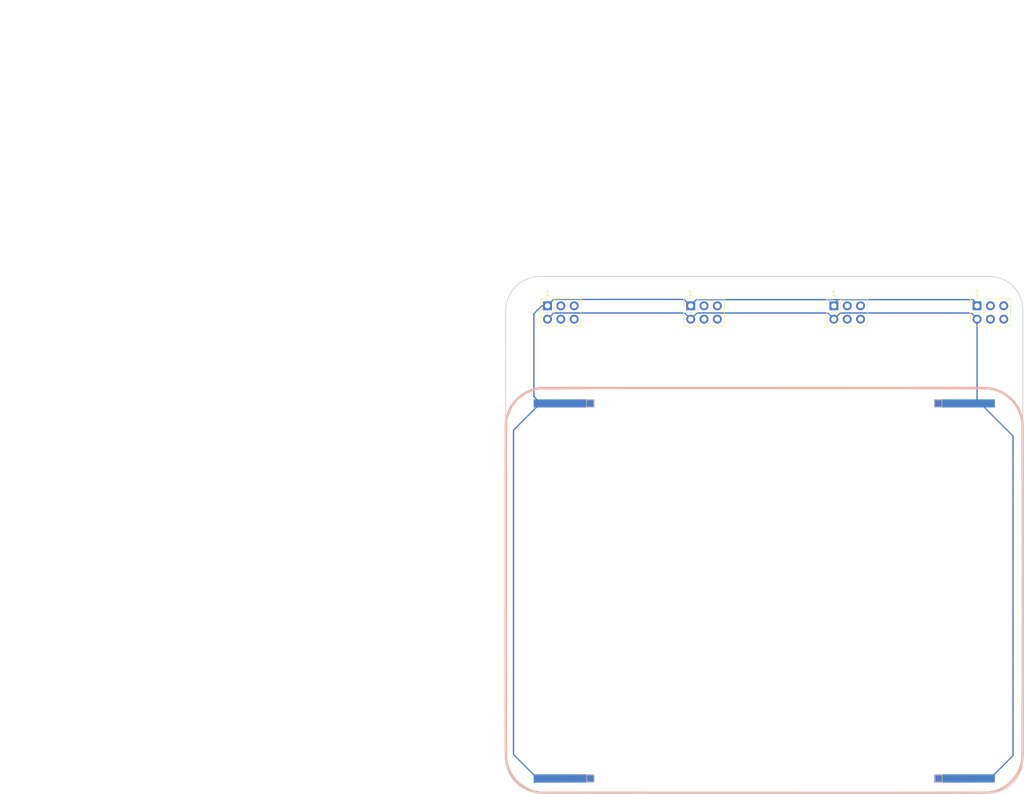
<source format=kicad_pcb>
(kicad_pcb (version 20171130) (host pcbnew 5.1.2)
  (layers (0 F.Cu signal) (31 B.Cu signal) (34 B.Paste user) (35 F.Paste user) (36 B.SilkS user) (37 F.SilkS user) (38 B.Mask user) (39 F.Mask user) (44 Edge.Cuts user))
  (net 0 "")
  (net 1 "Net-(J3-Pad6)")
  (net 2 "Net-(J3-Pad5)")
  (net 3 "Net-(J3-Pad4)")
  (net 4 "Net-(J3-Pad3)")
  (net 5 +3V3)
  (net 6 GND)
  (net 7 "Net-(J4-Pad3)")
  (net 8 "Net-(J4-Pad4)")
  (net 9 "Net-(J4-Pad5)")
  (net 10 "Net-(J4-Pad6)")
  (net 11 "Net-(J5-Pad6)")
  (net 12 "Net-(J5-Pad5)")
  (net 13 "Net-(J5-Pad4)")
  (net 14 "Net-(J5-Pad3)")
  (net 15 "Net-(J6-Pad3)")
  (net 16 "Net-(J6-Pad4)")
  (net 17 "Net-(J6-Pad5)")
  (net 18 "Net-(J6-Pad6)")
  (module LOGO (layer F.Cu) (at 141.93 101.03)
    (fp_text reference G*** hide)
    (fp_text value LOGO hide)
    (fp_poly (pts (xy -31.547962 45.899916) (xy -31.5595 46.6725) (xy -37.327417 46.683234) (xy -43.095334 46.693969) (xy -43.095334 45.127333) (xy -31.536424 45.127333) (xy -31.547962 45.899916)) (layer B.Cu) (width 0.01))
    (fp_poly (pts (xy 44.736704 45.899916) (xy 44.725166 46.6725) (xy 38.95725 46.683234) (xy 33.189333 46.693969) (xy 33.189333 45.127333) (xy 44.748243 45.127333) (xy 44.736704 45.899916)) (layer B.Cu) (width 0.01))
    (fp_poly (pts (xy -31.538334 -24.807334) (xy -43.095334 -24.807334) (xy -43.095334 -26.331334) (xy -31.538334 -26.331334) (xy -31.538334 -24.807334)) (layer B.Cu) (width 0.01))
    (fp_poly (pts (xy 44.746333 -24.807334) (xy 33.189333 -24.807334) (xy 33.189333 -26.331334) (xy 44.746333 -26.331334) (xy 44.746333 -24.807334)) (layer B.Cu) (width 0.01))
  )
  (module LOGO (layer F.Cu) (at 141.93 101.03)
    (fp_text reference G*** hide)
    (fp_text value LOGO hide)
  )
  (module LOGO (layer F.Cu) (at 141.93 101.03)
    (fp_text reference G*** hide)
    (fp_text value LOGO hide)
    (fp_poly (pts (xy 22.987627 -28.738723) (xy 24.57528 -28.73856) (xy 26.09034 -28.738305) (xy 27.533811 -28.737957) (xy 28.906701 -28.737515) (xy 30.210014 -28.736979) (xy 31.444758 -28.736347) (xy 32.611937 -28.735619) (xy 33.712559 -28.734794) (xy 34.74763 -28.733872) (xy 35.718154 -28.73285) (xy 36.625139 -28.73173) (xy 37.46959 -28.73051) (xy 38.252514 -28.729188) (xy 38.974916 -28.727765) (xy 39.637803 -28.72624) (xy 40.24218 -28.724611) (xy 40.789054 -28.722879) (xy 41.279431 -28.721041) (xy 41.714316 -28.719098) (xy 42.094716 -28.717049) (xy 42.421637 -28.714893) (xy 42.696084 -28.712628) (xy 42.919065 -28.710255) (xy 43.091584 -28.707773) (xy 43.214649 -28.70518) (xy 43.289264 -28.702477) (xy 43.306232 -28.701323) (xy 43.972985 -28.618019) (xy 44.589176 -28.489807) (xy 45.179839 -28.309911) (xy 45.770006 -28.071555) (xy 45.961258 -27.982587) (xy 46.37458 -27.773634) (xy 46.737034 -27.563909) (xy 47.080228 -27.333505) (xy 47.435771 -27.062513) (xy 47.485116 -27.022804) (xy 48.068837 -26.496885) (xy 48.590441 -25.915878) (xy 49.047165 -25.285071) (xy 49.436247 -24.60975) (xy 49.754927 -23.895204) (xy 50.000442 -23.146721) (xy 50.170031 -22.369589) (xy 50.249206 -21.73049) (xy 50.251834 -21.656362) (xy 50.254381 -21.500133) (xy 50.256846 -21.264368) (xy 50.259229 -20.951631) (xy 50.26153 -20.56449) (xy 50.26375 -20.105507) (xy 50.265887 -19.57725) (xy 50.267943 -18.982282) (xy 50.269918 -18.32317) (xy 50.27181 -17.602479) (xy 50.273621 -16.822773) (xy 50.27535 -15.986618) (xy 50.276998 -15.096579) (xy 50.278564 -14.155222) (xy 50.280049 -13.165112) (xy 50.281452 -12.128814) (xy 50.282774 -11.048893) (xy 50.284014 -9.927914) (xy 50.285173 -8.768443) (xy 50.28625 -7.573045) (xy 50.287247 -6.344285) (xy 50.288162 -5.084729) (xy 50.288995 -3.796941) (xy 50.289748 -2.483488) (xy 50.290419 -1.146933) (xy 50.291009 0.210157) (xy 50.291518 1.585218) (xy 50.291946 2.975684) (xy 50.292293 4.37899) (xy 50.292558 5.79257) (xy 50.292743 7.21386) (xy 50.292847 8.640293) (xy 50.29287 10.069306) (xy 50.292812 11.498333) (xy 50.292673 12.924808) (xy 50.292453 14.346166) (xy 50.292152 15.759842) (xy 50.291771 17.163271) (xy 50.291309 18.553887) (xy 50.290766 19.929126) (xy 50.290142 21.286422) (xy 50.289438 22.623209) (xy 50.288653 23.936923) (xy 50.287788 25.224998) (xy 50.286842 26.484869) (xy 50.285815 27.713971) (xy 50.284708 28.909739) (xy 50.283521 30.069607) (xy 50.282253 31.19101) (xy 50.280904 32.271383) (xy 50.279476 33.30816) (xy 50.277967 34.298777) (xy 50.276377 35.240668) (xy 50.274708 36.131268) (xy 50.272958 36.968011) (xy 50.271128 37.748333) (xy 50.269218 38.469668) (xy 50.267227 39.129451) (xy 50.265157 39.725117) (xy 50.263006 40.2541) (xy 50.260776 40.713835) (xy 50.258465 41.101757) (xy 50.256074 41.415301) (xy 50.253604 41.651901) (xy 50.251053 41.808993) (xy 50.248423 41.884011) (xy 50.248416 41.884104) (xy 50.141819 42.688857) (xy 49.955415 43.468553) (xy 49.690488 44.219389) (xy 49.348328 44.937568) (xy 49.036666 45.460369) (xy 48.571528 46.097672) (xy 48.045809 46.678777) (xy 47.46518 47.200208) (xy 46.835307 47.658488) (xy 46.161859 48.050141) (xy 45.450505 48.371692) (xy 44.706912 48.619663) (xy 43.93675 48.790578) (xy 43.509751 48.849836) (xy 43.453765 48.852527) (xy 43.335244 48.855121) (xy 43.153531 48.85762) (xy 42.90797 48.860023) (xy 42.597907 48.862331) (xy 42.222684 48.864544) (xy 41.781645 48.866665) (xy 41.274135 48.868692) (xy 40.699497 48.870627) (xy 40.057076 48.87247) (xy 39.346215 48.874222) (xy 38.566259 48.875884) (xy 37.71655 48.877456) (xy 36.796435 48.878938) (xy 35.805255 48.880332) (xy 34.742356 48.881638) (xy 33.60708 48.882857) (xy 32.398773 48.883989) (xy 31.116778 48.885035) (xy 29.760439 48.885995) (xy 28.329101 48.886871) (xy 26.822106 48.887662) (xy 25.238799 48.88837) (xy 23.578524 48.888995) (xy 21.840625 48.889538) (xy 20.024446 48.889998) (xy 18.129331 48.890378) (xy 16.154623 48.890678) (xy 14.099668 48.890897) (xy 11.963808 48.891037) (xy 9.746388 48.891099) (xy 7.446751 48.891083) (xy 5.064242 48.890989) (xy 2.598205 48.890819) (xy 0.731918 48.890645) (xy -1.581249 48.890395) (xy -3.811232 48.890127) (xy -5.959512 48.88984) (xy -8.027571 48.88953) (xy -10.01689 48.889196) (xy -11.928953 48.888835) (xy -13.765241 48.888446) (xy -15.527236 48.888026) (xy -17.216419 48.887572) (xy -18.834273 48.887083) (xy -20.38228 48.886557) (xy -21.861921 48.88599) (xy -23.274678 48.885381) (xy -24.622034 48.884728) (xy -25.905471 48.884029) (xy -27.126469 48.88328) (xy -28.286512 48.882481) (xy -29.387081 48.881628) (xy -30.429658 48.88072) (xy -31.415724 48.879754) (xy -32.346763 48.878728) (xy -33.224255 48.87764) (xy -34.049684 48.876488) (xy -34.824529 48.875269) (xy -35.550275 48.873981) (xy -36.228401 48.872622) (xy -36.860392 48.87119) (xy -37.447727 48.869682) (xy -37.99189 48.868096) (xy -38.494362 48.866431) (xy -38.956626 48.864683) (xy -39.380162 48.862851) (xy -39.766453 48.860932) (xy -40.116982 48.858925) (xy -40.433229 48.856826) (xy -40.716676 48.854634) (xy -40.968807 48.852346) (xy -41.191102 48.849961) (xy -41.385044 48.847475) (xy -41.552114 48.844888) (xy -41.693795 48.842195) (xy -41.811568 48.839397) (xy -41.906915 48.836489) (xy -41.981318 48.83347) (xy -42.036259 48.830338) (xy -42.073221 48.82709) (xy -42.079334 48.826326) (xy -42.85051 48.680722) (xy -43.594212 48.458098) (xy -44.305644 48.16272) (xy -44.980011 47.798855) (xy -45.612518 47.370767) (xy -46.19837 46.882724) (xy -46.732771 46.33899) (xy -47.210927 45.743833) (xy -47.628042 45.101517) (xy -47.97932 44.416309) (xy -48.259967 43.692474) (xy -48.402874 43.200788) (xy -48.417554 43.145436) (xy -48.431621 43.096471) (xy -48.445088 43.052088) (xy -48.457968 43.010478) (xy -48.470274 42.969835) (xy -48.48202 42.928353) (xy -48.493218 42.884223) (xy -48.503881 42.835641) (xy -48.514023 42.780797) (xy -48.523655 42.717887) (xy -48.532792 42.645102) (xy -48.541445 42.560636) (xy -48.549629 42.462682) (xy -48.557356 42.349434) (xy -48.564639 42.219083) (xy -48.571491 42.069824) (xy -48.577924 41.899849) (xy -48.583953 41.707351) (xy -48.58959 41.490525) (xy -48.594848 41.247562) (xy -48.59974 40.976656) (xy -48.604279 40.676) (xy -48.608477 40.343787) (xy -48.612349 39.97821) (xy -48.615906 39.577463) (xy -48.619162 39.139738) (xy -48.62213 38.663228) (xy -48.624823 38.146127) (xy -48.627254 37.586628) (xy -48.629435 36.982924) (xy -48.63138 36.333208) (xy -48.633102 35.635673) (xy -48.634614 34.888512) (xy -48.635928 34.089918) (xy -48.637058 33.238085) (xy -48.638017 32.331206) (xy -48.638817 31.367473) (xy -48.639472 30.345079) (xy -48.639995 29.262219) (xy -48.640398 28.117085) (xy -48.640695 26.907869) (xy -48.640898 25.632766) (xy -48.641021 24.289968) (xy -48.641076 22.877669) (xy -48.641077 21.394061) (xy -48.641037 19.837338) (xy -48.640967 18.205693) (xy -48.640883 16.497318) (xy -48.640795 14.710407) (xy -48.640718 12.843154) (xy -48.640665 10.893751) (xy -48.640653 10.104915) (xy -48.640571 7.857733) (xy -48.640375 5.690733) (xy -48.640066 3.604083) (xy -48.639643 1.597953) (xy -48.639107 -0.327486) (xy -48.638458 -2.172067) (xy -48.637696 -3.935617) (xy -48.636822 -5.617969) (xy -48.635835 -7.218953) (xy -48.634737 -8.738398) (xy -48.633526 -10.176136) (xy -48.632204 -11.531997) (xy -48.630771 -12.80581) (xy -48.629227 -13.997407) (xy -48.627572 -15.106618) (xy -48.625806 -16.133273) (xy -48.623929 -17.077203) (xy -48.621943 -17.938237) (xy -48.619846 -18.716207) (xy -48.61764 -19.410943) (xy -48.615324 -20.022274) (xy -48.612899 -20.550032) (xy -48.610365 -20.994047) (xy -48.607722 -21.354149) (xy -48.60497 -21.630169) (xy -48.60211 -21.821937) (xy -48.599141 -21.929282) (xy -48.597789 -21.949834) (xy -48.578113 -22.076834) (xy -48.154167 -22.076834) (xy -48.154167 42.185166) (xy -48.057595 42.661645) (xy -47.86132 43.42633) (xy -47.590354 44.156233) (xy -47.247005 44.846172) (xy -46.833583 45.490964) (xy -46.742603 45.614166) (xy -46.559738 45.838064) (xy -46.329981 46.092151) (xy -46.073981 46.355558) (xy -45.812388 46.607418) (xy -45.56585 46.826865) (xy -45.444834 46.925651) (xy -44.816986 47.363747) (xy -44.143965 47.731412) (xy -43.430203 48.026831) (xy -42.680128 48.248188) (xy -41.898174 48.393667) (xy -41.8465 48.400434) (xy -41.798773 48.401164) (xy -41.668174 48.401897) (xy -41.4565 48.402633) (xy -41.165548 48.403372) (xy -40.797111 48.404111) (xy -40.352988 48.404851) (xy -39.834972 48.40559) (xy -39.24486 48.406328) (xy -38.584449 48.407063) (xy -37.855533 48.407795) (xy -37.059909 48.408522) (xy -36.199372 48.409244) (xy -35.275718 48.409959) (xy -34.290743 48.410667) (xy -33.246243 48.411367) (xy -32.144013 48.412058) (xy -30.98585 48.412739) (xy -29.77355 48.413409) (xy -28.508907 48.414067) (xy -27.193718 48.414712) (xy -25.829779 48.415343) (xy -24.418886 48.415959) (xy -22.962834 48.41656) (xy -21.463419 48.417144) (xy -19.922437 48.41771) (xy -18.341684 48.418258) (xy -16.722956 48.418787) (xy -15.068048 48.419295) (xy -13.378756 48.419781) (xy -11.656877 48.420246) (xy -9.904205 48.420687) (xy -8.122537 48.421104) (xy -6.313669 48.421496) (xy -4.479396 48.421862) (xy -2.621514 48.4222) (xy -0.741819 48.422511) (xy 0.783166 48.42274) (xy 3.085621 48.423061) (xy 5.304924 48.423348) (xy 7.44259 48.4236) (xy 9.500134 48.423816) (xy 11.479069 48.423992) (xy 13.380912 48.424127) (xy 15.207176 48.424219) (xy 16.959377 48.424266) (xy 18.639028 48.424265) (xy 20.247646 48.424216) (xy 21.786744 48.424115) (xy 23.257838 48.42396) (xy 24.662441 48.423751) (xy 26.002069 48.423484) (xy 27.278237 48.423157) (xy 28.492458 48.422769) (xy 29.646249 48.422318) (xy 30.741123 48.421801) (xy 31.778596 48.421217) (xy 32.760181 48.420563) (xy 33.687395 48.419837) (xy 34.561751 48.419038) (xy 35.384764 48.418163) (xy 36.157949 48.41721) (xy 36.88282 48.416178) (xy 37.560894 48.415063) (xy 38.193683 48.413865) (xy 38.782703 48.412581) (xy 39.329468 48.411209) (xy 39.835494 48.409748) (xy 40.302295 48.408194) (xy 40.731385 48.406546) (xy 41.12428 48.404802) (xy 41.482494 48.40296) (xy 41.807542 48.401018) (xy 42.100939 48.398974) (xy 42.364199 48.396826) (xy 42.598837 48.394572) (xy 42.806367 48.392209) (xy 42.988306 48.389736) (xy 43.146166 48.387151) (xy 43.281463 48.384451) (xy 43.395712 48.381635) (xy 43.490428 48.378701) (xy 43.567124 48.375646) (xy 43.627316 48.372469) (xy 43.672519 48.369167) (xy 43.704247 48.365739) (xy 43.708724 48.365096) (xy 44.472329 48.208881) (xy 45.201266 47.977994) (xy 45.891603 47.676556) (xy 46.539408 47.308686) (xy 47.140748 46.878507) (xy 47.691692 46.390137) (xy 48.188308 45.847699) (xy 48.626664 45.255313) (xy 49.002828 44.617099) (xy 49.312867 43.937178) (xy 49.552851 43.219671) (xy 49.718846 42.468699) (xy 49.781601 42.000764) (xy 49.784407 41.930938) (xy 49.787126 41.779005) (xy 49.78976 41.547518) (xy 49.792308 41.239033) (xy 49.794769 40.856104) (xy 49.797144 40.401285) (xy 49.799434 39.877131) (xy 49.801637 39.286196) (xy 49.803754 38.631035) (xy 49.805785 37.914202) (xy 49.80773 37.138251) (xy 49.809589 36.305738) (xy 49.811362 35.419215) (xy 49.813049 34.481239) (xy 49.81465 33.494363) (xy 49.816165 32.461141) (xy 49.817594 31.384129) (xy 49.818936 30.26588) (xy 49.820193 29.108949) (xy 49.821364 27.915891) (xy 49.822449 26.689259) (xy 49.823447 25.431609) (xy 49.82436 24.145494) (xy 49.825187 22.83347) (xy 49.825927 21.49809) (xy 49.826582 20.14191) (xy 49.827151 18.767483) (xy 49.827634 17.377363) (xy 49.82803 15.974106) (xy 49.828341 14.560266) (xy 49.828566 13.138397) (xy 49.828705 11.711054) (xy 49.828758 10.280791) (xy 49.828724 8.850162) (xy 49.828605 7.421723) (xy 49.8284 5.998026) (xy 49.82811 4.581628) (xy 49.827733 3.175082) (xy 49.82727 1.780942) (xy 49.826721 0.401764) (xy 49.826087 -0.959899) (xy 49.825366 -2.301492) (xy 49.824559 -3.62046) (xy 49.823667 -4.914249) (xy 49.822689 -6.180305) (xy 49.821625 -7.416073) (xy 49.820474 -8.619) (xy 49.819238 -9.786529) (xy 49.817917 -10.916107) (xy 49.816509 -12.00518) (xy 49.815015 -13.051193) (xy 49.813436 -14.051592) (xy 49.81177 -15.003822) (xy 49.810019 -15.905328) (xy 49.808182 -16.753557) (xy 49.806259 -17.545954) (xy 49.80425 -18.279964) (xy 49.802155 -18.953033) (xy 49.799974 -19.562607) (xy 49.797708 -20.106131) (xy 49.795356 -20.58105) (xy 49.792918 -20.984811) (xy 49.790394 -21.314859) (xy 49.787784 -21.568639) (xy 49.785089 -21.743597) (xy 49.782307 -21.837179) (xy 49.78149 -21.848676) (xy 49.662259 -22.611015) (xy 49.466079 -23.345911) (xy 49.1968 -24.048529) (xy 48.858275 -24.714036) (xy 48.454353 -25.337597) (xy 47.988885 -25.914378) (xy 47.465723 -26.439545) (xy 46.888716 -26.908263) (xy 46.261716 -27.3157) (xy 45.588574 -27.657019) (xy 44.96245 -27.898401) (xy 44.544465 -28.026928) (xy 44.157461 -28.121603) (xy 43.75968 -28.191531) (xy 43.425085 -28.23366) (xy 43.361005 -28.236051) (xy 43.214483 -28.238381) (xy 42.987719 -28.240647) (xy 42.682913 -28.242852) (xy 42.302265 -28.244994) (xy 41.847974 -28.247074) (xy 41.322241 -28.249092) (xy 40.727266 -28.251047) (xy 40.065249 -28.25294) (xy 39.33839 -28.254771) (xy 38.548888 -28.256539) (xy 37.698944 -28.258245) (xy 36.790758 -28.259888) (xy 35.82653 -28.261469) (xy 34.80846 -28.262987) (xy 33.738747 -28.264443) (xy 32.619592 -28.265837) (xy 31.453195 -28.267168) (xy 30.241756 -28.268436) (xy 28.987474 -28.269642) (xy 27.692551 -28.270785) (xy 26.359185 -28.271865) (xy 24.989577 -28.272883) (xy 23.585927 -28.273839) (xy 22.150434 -28.274731) (xy 20.685299 -28.275561) (xy 19.192722 -28.276329) (xy 17.674903 -28.277033) (xy 16.134042 -28.277675) (xy 14.572338 -28.278254) (xy 12.991992 -28.27877) (xy 11.395204 -28.279224) (xy 9.784174 -28.279614) (xy 8.161102 -28.279942) (xy 6.528187 -28.280207) (xy 4.88763 -28.280409) (xy 3.241631 -28.280548) (xy 1.59239 -28.280624) (xy -0.057894 -28.280637) (xy -1.70702 -28.280588) (xy -3.352788 -28.280475) (xy -4.992998 -28.280299) (xy -6.625451 -28.280061) (xy -8.247946 -28.279759) (xy -9.858283 -28.279394) (xy -11.454262 -28.278966) (xy -13.033683 -28.278476) (xy -14.594347 -28.277922) (xy -16.134053 -28.277304) (xy -17.650601 -28.276624) (xy -19.141791 -28.275881) (xy -20.605424 -28.275074) (xy -22.039299 -28.274204) (xy -23.441216 -28.273271) (xy -24.808976 -28.272274) (xy -26.140377 -28.271215) (xy -27.433221 -28.270092) (xy -28.685307 -28.268906) (xy -29.894436 -28.267656) (xy -31.058406 -28.266343) (xy -32.175019 -28.264967) (xy -33.242074 -28.263527) (xy -34.257372 -28.262024) (xy -35.218711 -28.260458) (xy -36.123893 -28.258828) (xy -36.970717 -28.257134) (xy -37.756984 -28.255377) (xy -38.480492 -28.253557) (xy -39.139043 -28.251673) (xy -39.730436 -28.249726) (xy -40.252472 -28.247715) (xy -40.702949 -28.24564) (xy -41.079669 -28.243502) (xy -41.380432 -28.2413) (xy -41.603036 -28.239035) (xy -41.745283 -28.236706) (xy -41.804167 -28.234413) (xy -42.584456 -28.104453) (xy -43.333166 -27.897528) (xy -44.046639 -27.615442) (xy -44.721216 -27.260004) (xy -45.353239 -26.833017) (xy -45.939048 -26.336288) (xy -46.221015 -26.054383) (xy -46.722909 -25.464758) (xy -47.153565 -24.831264) (xy -47.513899 -24.152137) (xy -47.804828 -23.425613) (xy -48.027269 -22.649926) (xy -48.056522 -22.521334) (xy -48.154167 -22.076834) (xy -48.578113 -22.076834) (xy -48.488222 -22.657021) (xy -48.318527 -23.32818) (xy -48.081849 -23.98647) (xy -47.833348 -24.532167) (xy -47.566499 -25.030279) (xy -47.281523 -25.477748) (xy -46.95972 -25.900965) (xy -46.582392 -26.326316) (xy -46.503401 -26.409011) (xy -45.926817 -26.952317) (xy -45.315312 -27.421957) (xy -44.664179 -27.820449) (xy -43.968711 -28.150312) (xy -43.2242 -28.414063) (xy -42.425939 -28.614221) (xy -42.3545 -28.628572) (xy -41.888834 -28.72036) (xy 0.4445 -28.734648) (xy 2.897087 -28.735448) (xy 5.266014 -28.736165) (xy 7.552286 -28.736797) (xy 9.75691 -28.737344) (xy 11.880891 -28.737806) (xy 13.925236 -28.73818) (xy 15.890951 -28.738467) (xy 17.779041 -28.738665) (xy 19.590513 -28.738775) (xy 21.326373 -28.738794) (xy 22.987627 -28.738723)) (layer B.SilkS) (width 0.01))
  )
  (module LOGO (layer F.Cu) (at 0 0)
    (fp_text reference G*** hide)
    (fp_text value LOGO hide)
  )
  (module LOGO (layer F.Cu) (at 141.93 101.03)
    (fp_text reference G*** hide)
    (fp_text value LOGO hide)
  )
  (module TestPoint:TestPoint_Pad_1.0x1.0mm (layer B.Cu) (at 109.64 146.92)
    (fp_text reference J1 hide)
    (fp_text value Conn_01x01)
    (fp_line (start -0.7 0.7) (end 0.7 0.7) (layer B.SilkS) (width 0.12))
    (fp_line (start 0.7 0.7) (end 0.7 -0.7) (layer B.SilkS) (width 0.12))
    (fp_line (start 0.7 -0.7) (end -0.7 -0.7) (layer B.SilkS) (width 0.12))
    (fp_line (start -0.7 -0.7) (end -0.7 0.7) (layer B.SilkS) (width 0.12))
    (pad 1 smd rect (at 0 0) (size 1 1) (layers B.Cu B.Mask) (net 5 +3V3))
  )
  (module TestPoint:TestPoint_Pad_1.0x1.0mm (layer B.Cu) (at 109.6 75.46)
    (fp_text reference J2 hide)
    (fp_text value Conn_01x01)
    (fp_line (start -0.7 -0.7) (end -0.7 0.7) (layer B.SilkS) (width 0.12))
    (fp_line (start 0.7 -0.7) (end -0.7 -0.7) (layer B.SilkS) (width 0.12))
    (fp_line (start 0.7 0.7) (end 0.7 -0.7) (layer B.SilkS) (width 0.12))
    (fp_line (start -0.7 0.7) (end 0.7 0.7) (layer B.SilkS) (width 0.12))
    (pad 1 smd rect (at 0 0) (size 1 1) (layers B.Cu B.Mask) (net 5 +3V3))
  )
  (module Connector_PinSocket_2.54mm:PinSocket_2x03_P2.54mm_Vertical (layer F.Cu) (at 101.47 56.86 90)
    (fp_text reference J3 hide)
    (fp_text value Conn_02x03_Odd_Even)
    (fp_line (start 0 -1.33) (end 1.33 -1.33) (layer F.SilkS) (width 0.12))
    (fp_line (start 1.33 -1.33) (end 1.33 0) (layer F.SilkS) (width 0.12))
    (fp_line (start -1.27 -1.33) (end -1.27 1.27) (layer F.SilkS) (width 0.12))
    (fp_line (start -1.27 1.27) (end 1.33 1.27) (layer F.SilkS) (width 0.12))
    (fp_line (start 1.33 1.27) (end 1.33 6.41) (layer F.SilkS) (width 0.12))
    (fp_line (start -3.87 6.41) (end 1.33 6.41) (layer F.SilkS) (width 0.12))
    (fp_line (start -3.87 -1.33) (end -3.87 6.41) (layer F.SilkS) (width 0.12))
    (fp_line (start -3.87 -1.33) (end -1.27 -1.33) (layer F.SilkS) (width 0.12))
    (pad 6 thru_hole oval (at -2.54 5.08 90) (size 1.7 1.7) (drill 1) (layers *.Cu *.Mask) (net 1 "Net-(J3-Pad6)"))
    (pad 5 thru_hole oval (at 0 5.08 90) (size 1.7 1.7) (drill 1) (layers *.Cu *.Mask) (net 2 "Net-(J3-Pad5)"))
    (pad 4 thru_hole oval (at -2.54 2.54 90) (size 1.7 1.7) (drill 1) (layers *.Cu *.Mask) (net 3 "Net-(J3-Pad4)"))
    (pad 3 thru_hole oval (at 0 2.54 90) (size 1.7 1.7) (drill 1) (layers *.Cu *.Mask) (net 4 "Net-(J3-Pad3)"))
    (pad 2 thru_hole oval (at -2.54 0 90) (size 1.7 1.7) (drill 1) (layers *.Cu *.Mask) (net 6 GND))
    (pad 1 thru_hole rect (at 0 0 90) (size 1.7 1.7) (drill 1) (layers *.Cu *.Mask) (net 5 +3V3))
  )
  (module Connector_PinSocket_2.54mm:PinSocket_2x03_P2.54mm_Vertical (layer F.Cu) (at 128.74 56.86 90)
    (fp_text reference J4 hide)
    (fp_text value Conn_02x03_Odd_Even)
    (fp_line (start -3.87 -1.33) (end -1.27 -1.33) (layer F.SilkS) (width 0.12))
    (fp_line (start -3.87 -1.33) (end -3.87 6.41) (layer F.SilkS) (width 0.12))
    (fp_line (start -3.87 6.41) (end 1.33 6.41) (layer F.SilkS) (width 0.12))
    (fp_line (start 1.33 1.27) (end 1.33 6.41) (layer F.SilkS) (width 0.12))
    (fp_line (start -1.27 1.27) (end 1.33 1.27) (layer F.SilkS) (width 0.12))
    (fp_line (start -1.27 -1.33) (end -1.27 1.27) (layer F.SilkS) (width 0.12))
    (fp_line (start 1.33 -1.33) (end 1.33 0) (layer F.SilkS) (width 0.12))
    (fp_line (start 0 -1.33) (end 1.33 -1.33) (layer F.SilkS) (width 0.12))
    (pad 1 thru_hole rect (at 0 0 90) (size 1.7 1.7) (drill 1) (layers *.Cu *.Mask) (net 5 +3V3))
    (pad 2 thru_hole oval (at -2.54 0 90) (size 1.7 1.7) (drill 1) (layers *.Cu *.Mask) (net 6 GND))
    (pad 3 thru_hole oval (at 0 2.54 90) (size 1.7 1.7) (drill 1) (layers *.Cu *.Mask) (net 7 "Net-(J4-Pad3)"))
    (pad 4 thru_hole oval (at -2.54 2.54 90) (size 1.7 1.7) (drill 1) (layers *.Cu *.Mask) (net 8 "Net-(J4-Pad4)"))
    (pad 5 thru_hole oval (at 0 5.08 90) (size 1.7 1.7) (drill 1) (layers *.Cu *.Mask) (net 9 "Net-(J4-Pad5)"))
    (pad 6 thru_hole oval (at -2.54 5.08 90) (size 1.7 1.7) (drill 1) (layers *.Cu *.Mask) (net 10 "Net-(J4-Pad6)"))
  )
  (module Connector_PinSocket_2.54mm:PinSocket_2x03_P2.54mm_Vertical (layer F.Cu) (at 156.01 56.86 90)
    (fp_text reference J5 hide)
    (fp_text value Conn_02x03_Odd_Even)
    (fp_line (start 0 -1.33) (end 1.33 -1.33) (layer F.SilkS) (width 0.12))
    (fp_line (start 1.33 -1.33) (end 1.33 0) (layer F.SilkS) (width 0.12))
    (fp_line (start -1.27 -1.33) (end -1.27 1.27) (layer F.SilkS) (width 0.12))
    (fp_line (start -1.27 1.27) (end 1.33 1.27) (layer F.SilkS) (width 0.12))
    (fp_line (start 1.33 1.27) (end 1.33 6.41) (layer F.SilkS) (width 0.12))
    (fp_line (start -3.87 6.41) (end 1.33 6.41) (layer F.SilkS) (width 0.12))
    (fp_line (start -3.87 -1.33) (end -3.87 6.41) (layer F.SilkS) (width 0.12))
    (fp_line (start -3.87 -1.33) (end -1.27 -1.33) (layer F.SilkS) (width 0.12))
    (pad 6 thru_hole oval (at -2.54 5.08 90) (size 1.7 1.7) (drill 1) (layers *.Cu *.Mask) (net 11 "Net-(J5-Pad6)"))
    (pad 5 thru_hole oval (at 0 5.08 90) (size 1.7 1.7) (drill 1) (layers *.Cu *.Mask) (net 12 "Net-(J5-Pad5)"))
    (pad 4 thru_hole oval (at -2.54 2.54 90) (size 1.7 1.7) (drill 1) (layers *.Cu *.Mask) (net 13 "Net-(J5-Pad4)"))
    (pad 3 thru_hole oval (at 0 2.54 90) (size 1.7 1.7) (drill 1) (layers *.Cu *.Mask) (net 14 "Net-(J5-Pad3)"))
    (pad 2 thru_hole oval (at -2.54 0 90) (size 1.7 1.7) (drill 1) (layers *.Cu *.Mask) (net 6 GND))
    (pad 1 thru_hole rect (at 0 0 90) (size 1.7 1.7) (drill 1) (layers *.Cu *.Mask) (net 5 +3V3))
  )
  (module Connector_PinSocket_2.54mm:PinSocket_2x03_P2.54mm_Vertical (layer F.Cu) (at 183.28 56.86 90)
    (fp_text reference J6 hide)
    (fp_text value Conn_02x03_Odd_Even)
    (fp_line (start -3.87 -1.33) (end -1.27 -1.33) (layer F.SilkS) (width 0.12))
    (fp_line (start -3.87 -1.33) (end -3.87 6.41) (layer F.SilkS) (width 0.12))
    (fp_line (start -3.87 6.41) (end 1.33 6.41) (layer F.SilkS) (width 0.12))
    (fp_line (start 1.33 1.27) (end 1.33 6.41) (layer F.SilkS) (width 0.12))
    (fp_line (start -1.27 1.27) (end 1.33 1.27) (layer F.SilkS) (width 0.12))
    (fp_line (start -1.27 -1.33) (end -1.27 1.27) (layer F.SilkS) (width 0.12))
    (fp_line (start 1.33 -1.33) (end 1.33 0) (layer F.SilkS) (width 0.12))
    (fp_line (start 0 -1.33) (end 1.33 -1.33) (layer F.SilkS) (width 0.12))
    (pad 1 thru_hole rect (at 0 0 90) (size 1.7 1.7) (drill 1) (layers *.Cu *.Mask) (net 5 +3V3))
    (pad 2 thru_hole oval (at -2.54 0 90) (size 1.7 1.7) (drill 1) (layers *.Cu *.Mask) (net 6 GND))
    (pad 3 thru_hole oval (at 0 2.54 90) (size 1.7 1.7) (drill 1) (layers *.Cu *.Mask) (net 15 "Net-(J6-Pad3)"))
    (pad 4 thru_hole oval (at -2.54 2.54 90) (size 1.7 1.7) (drill 1) (layers *.Cu *.Mask) (net 16 "Net-(J6-Pad4)"))
    (pad 5 thru_hole oval (at 0 5.08 90) (size 1.7 1.7) (drill 1) (layers *.Cu *.Mask) (net 17 "Net-(J6-Pad5)"))
    (pad 6 thru_hole oval (at -2.54 5.08 90) (size 1.7 1.7) (drill 1) (layers *.Cu *.Mask) (net 18 "Net-(J6-Pad6)"))
  )
  (module TestPoint:TestPoint_Pad_1.0x1.0mm (layer B.Cu) (at 175.95 146.94)
    (fp_text reference J7 hide)
    (fp_text value Conn_01x01)
    (fp_line (start -0.7 0.7) (end 0.7 0.7) (layer B.SilkS) (width 0.12))
    (fp_line (start 0.7 0.7) (end 0.7 -0.7) (layer B.SilkS) (width 0.12))
    (fp_line (start 0.7 -0.7) (end -0.7 -0.7) (layer B.SilkS) (width 0.12))
    (fp_line (start -0.7 -0.7) (end -0.7 0.7) (layer B.SilkS) (width 0.12))
    (pad 1 smd rect (at 0 0) (size 1 1) (layers B.Cu B.Mask) (net 6 GND))
  )
  (module TestPoint:TestPoint_Pad_1.0x1.0mm (layer B.Cu) (at 175.88 75.45)
    (fp_text reference J8 hide)
    (fp_text value Conn_01x01)
    (fp_line (start -0.7 -0.7) (end -0.7 0.7) (layer B.SilkS) (width 0.12))
    (fp_line (start 0.7 -0.7) (end -0.7 -0.7) (layer B.SilkS) (width 0.12))
    (fp_line (start 0.7 0.7) (end 0.7 -0.7) (layer B.SilkS) (width 0.12))
    (fp_line (start -0.7 0.7) (end 0.7 0.7) (layer B.SilkS) (width 0.12))
    (pad 1 smd rect (at 0 0) (size 1 1) (layers B.Cu B.Mask) (net 6 GND))
  )
  (gr_text 1 (at 183.3 54.47) (layer F.SilkS) (effects (font (size 1 1))))
  (gr_text 1 (at 155.99 54.47) (layer F.SilkS) (effects (font (size 1 1))))
  (gr_text 1 (at 128.75 54.47) (layer F.SilkS) (effects (font (size 1 1))))
  (gr_text 1 (at 101.48 54.47) (layer F.SilkS) (effects (font (size 1 1))))
  (gr_arc (start 100.110332 57.88) (end 100.040333 51.260001) (angle -89.58484341) (layer Edge.Cuts) (width 0.15))
  (gr_arc (start 185.62 57.63) (end 191.989999 57.610001) (angle -90.63468508) (layer Edge.Cuts) (width 0.15))
  (gr_arc (start 185.659843 143.35) (end 185.609844 149.679999) (angle -90.6539542) (layer Edge.Cuts) (width 0.15))
  (gr_arc (start 100.099999 143.079978) (end 93.5 143.059979) (angle -90.26043476) (layer Edge.Cuts) (width 0.15))
  (gr_line (start 93.49 57.90203) (end 93.5 143.06) (layer Edge.Cuts) (width 0.15))
  (gr_line (start 185.529441 51.260613) (end 100.040333 51.260001) (layer Edge.Cuts) (width 0.15))
  (gr_line (start 191.99 143.327749) (end 191.989999 57.610001) (layer Edge.Cuts) (width 0.15))
  (gr_line (start 100.11 149.68) (end 185.609844 149.679999) (layer Edge.Cuts) (width 0.15))
  (segment (start 109.63 146.93) (end 108.08 146.93) (width 0.25) (layer B.Cu) (net 5))
  (segment (start 109.64 146.92) (end 99.54 146.92) (width 0.25) (layer B.Cu) (net 5))
  (segment (start 99.54 146.92) (end 94.99 142.37) (width 0.25) (layer B.Cu) (net 5))
  (segment (start 94.99 142.37) (end 94.99 80.56) (width 0.25) (layer B.Cu) (net 5))
  (segment (start 94.99 80.56) (end 100.14 75.41) (width 0.25) (layer B.Cu) (net 5))
  (segment (start 108.8 75.41) (end 103.51 75.41) (width 0.25) (layer B.Cu) (net 5))
  (segment (start 108.85 75.46) (end 108.8 75.41) (width 0.25) (layer B.Cu) (net 5))
  (segment (start 109.6 75.46) (end 108.85 75.46) (width 0.25) (layer B.Cu) (net 5))
  (segment (start 100.14 75.41) (end 103.51 75.41) (width 0.25) (layer B.Cu) (net 5))
  (segment (start 103.51 75.41) (end 109.51 75.41) (width 0.25) (layer B.Cu) (net 5))
  (segment (start 156.01 56.86) (end 156.01 56.46) (width 0.25) (layer B.Cu) (net 5))
  (segment (start 156.01 56.46) (end 156.785001 55.684999) (width 0.25) (layer B.Cu) (net 5))
  (segment (start 181.004999 55.684999) (end 157.015001 55.684999) (width 0.25) (layer B.Cu) (net 5))
  (segment (start 156.785001 55.684999) (end 157.015001 55.684999) (width 0.25) (layer B.Cu) (net 5))
  (segment (start 157.015001 55.684999) (end 129.805001 55.684999) (width 0.25) (layer B.Cu) (net 5))
  (segment (start 129.805001 55.684999) (end 128.77 56.72) (width 0.25) (layer B.Cu) (net 5))
  (segment (start 128.74 56.86) (end 128.72 56.86) (width 0.25) (layer B.Cu) (net 5))
  (segment (start 127.47 55.64) (end 128.76 56.93) (width 0.25) (layer B.Cu) (net 5))
  (segment (start 98.88 74.15) (end 98.88 58.36) (width 0.25) (layer B.Cu) (net 5))
  (segment (start 100.14 75.41) (end 98.88 74.15) (width 0.25) (layer B.Cu) (net 5))
  (segment (start 98.88 58.36) (end 100.37 56.87) (width 0.25) (layer B.Cu) (net 5))
  (segment (start 102.64 55.64) (end 127.47 55.64) (width 0.25) (layer B.Cu) (net 5))
  (segment (start 101.41 56.87) (end 102.64 55.64) (width 0.25) (layer B.Cu) (net 5))
  (segment (start 100.37 56.87) (end 101.41 56.87) (width 0.25) (layer B.Cu) (net 5))
  (segment (start 181.004999 55.684999) (end 182.494999 55.684999) (width 0.25) (layer B.Cu) (net 5))
  (segment (start 182.494999 55.684999) (end 183.29 56.48) (width 0.25) (layer B.Cu) (net 5))
  (segment (start 183.29 56.48) (end 183.29 56.98) (width 0.25) (layer B.Cu) (net 5))
  (segment (start 185.77 146.94) (end 179.75 146.94) (width 0.25) (layer B.Cu) (net 6))
  (segment (start 190.13 142.58) (end 185.77 146.94) (width 0.25) (layer B.Cu) (net 6))
  (segment (start 179.75 146.94) (end 179.938089 146.94) (width 0.25) (layer B.Cu) (net 6))
  (segment (start 175.95 146.94) (end 179.75 146.94) (width 0.25) (layer B.Cu) (net 6))
  (segment (start 183.9 75.45) (end 190.13 81.68) (width 0.25) (layer B.Cu) (net 6))
  (segment (start 190.13 81.68) (end 190.13 142.58) (width 0.25) (layer B.Cu) (net 6))
  (segment (start 156.08 59.37) (end 157.225001 58.224999) (width 0.25) (layer B.Cu) (net 6))
  (segment (start 157.225001 58.224999) (end 166.744999 58.224999) (width 0.25) (layer B.Cu) (net 6))
  (segment (start 154.854999 58.224999) (end 156.07 59.44) (width 0.25) (layer B.Cu) (net 6))
  (segment (start 129.965001 58.224999) (end 154.854999 58.224999) (width 0.25) (layer B.Cu) (net 6))
  (segment (start 128.79 59.4) (end 129.965001 58.224999) (width 0.25) (layer B.Cu) (net 6))
  (segment (start 127.564999 58.224999) (end 128.74 59.4) (width 0.25) (layer B.Cu) (net 6))
  (segment (start 101.47 59.41) (end 102.655001 58.224999) (width 0.25) (layer B.Cu) (net 6))
  (segment (start 102.655001 58.224999) (end 127.564999 58.224999) (width 0.25) (layer B.Cu) (net 6))
  (segment (start 166.744999 58.224999) (end 178.054999 58.224999) (width 0.25) (layer B.Cu) (net 6))
  (segment (start 178.054999 58.224999) (end 182.214999 58.224999) (width 0.25) (layer B.Cu) (net 6))
  (segment (start 182.214999 58.224999) (end 183.38 59.39) (width 0.25) (layer B.Cu) (net 6))
  (segment (start 183.28 59.4) (end 183.28 74.67) (width 0.25) (layer B.Cu) (net 6))
  (segment (start 183.28 74.67) (end 182.5 75.45) (width 0.25) (layer B.Cu) (net 6))
  (segment (start 175.88 75.45) (end 182.5 75.45) (width 0.25) (layer B.Cu) (net 6))
  (segment (start 182.5 75.45) (end 183.9 75.45) (width 0.25) (layer B.Cu) (net 6))
)
</source>
